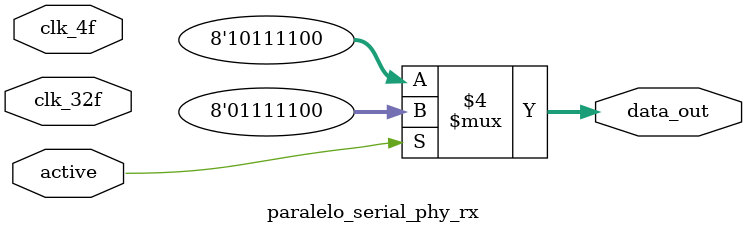
<source format=v>
module paralelo_serial_phy_rx (
	output reg[7:0] data_out,
	input clk_4f,
	input clk_32f,
	input active
	);
	reg[7:0] com;
	reg[7:0] idl;
	always @ (*) begin 

		if(active == 1) begin 
			data_out = 8'b01111100; 
		end
		else begin
			data_out = 8'b10111100;
		end
	end 

endmodule

</source>
